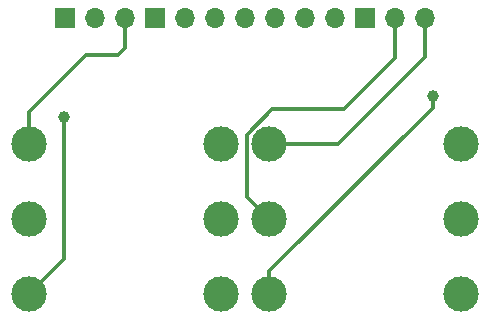
<source format=gbr>
%TF.GenerationSoftware,KiCad,Pcbnew,(6.0.0-0)*%
%TF.CreationDate,2022-03-04T21:17:09-05:00*%
%TF.ProjectId,audio-jack,61756469-6f2d-46a6-9163-6b2e6b696361,rev?*%
%TF.SameCoordinates,Original*%
%TF.FileFunction,Copper,L2,Bot*%
%TF.FilePolarity,Positive*%
%FSLAX46Y46*%
G04 Gerber Fmt 4.6, Leading zero omitted, Abs format (unit mm)*
G04 Created by KiCad (PCBNEW (6.0.0-0)) date 2022-03-04 21:17:09*
%MOMM*%
%LPD*%
G01*
G04 APERTURE LIST*
%TA.AperFunction,ComponentPad*%
%ADD10C,3.000000*%
%TD*%
%TA.AperFunction,ComponentPad*%
%ADD11R,1.700000X1.700000*%
%TD*%
%TA.AperFunction,ComponentPad*%
%ADD12O,1.700000X1.700000*%
%TD*%
%TA.AperFunction,ViaPad*%
%ADD13C,1.000000*%
%TD*%
%TA.AperFunction,Conductor*%
%ADD14C,0.350000*%
%TD*%
G04 APERTURE END LIST*
D10*
%TO.P,J1,R,R*%
%TO.N,Net-(JP1-Pad2)*%
X135128000Y-76581000D03*
%TO.P,J1,RN*%
%TO.N,Net-(J1-PadRN)*%
X118898000Y-76581000D03*
%TO.P,J1,S*%
%TO.N,Net-(J1-PadS)*%
X135128000Y-82931000D03*
%TO.P,J1,SN*%
%TO.N,Net-(J1-PadSN)*%
X118898000Y-82931000D03*
%TO.P,J1,T*%
%TO.N,Net-(JP2-Pad1)*%
X135128000Y-70231000D03*
%TO.P,J1,TN*%
%TO.N,Net-(J1-PadTN)*%
X118898000Y-70231000D03*
%TD*%
D11*
%TO.P,J5,1,Pin_1*%
%TO.N,Net-(J3-PadSN)*%
X147320000Y-59563000D03*
D12*
%TO.P,J5,2,Pin_2*%
%TO.N,Net-(J3-PadRN)*%
X149860000Y-59563000D03*
%TO.P,J5,3,Pin_3*%
%TO.N,Net-(J3-PadTN)*%
X152400000Y-59563000D03*
%TD*%
D11*
%TO.P,J4,1,Pin_1*%
%TO.N,Net-(J1-PadSN)*%
X121920000Y-59563000D03*
D12*
%TO.P,J4,2,Pin_2*%
%TO.N,Net-(J1-PadRN)*%
X124460000Y-59563000D03*
%TO.P,J4,3,Pin_3*%
%TO.N,Net-(J1-PadTN)*%
X127000000Y-59563000D03*
%TD*%
D11*
%TO.P,J2,1,Pin_1*%
%TO.N,Net-(J1-PadS)*%
X129540000Y-59563000D03*
D12*
%TO.P,J2,2,Pin_2*%
%TO.N,Net-(J2-Pad2)*%
X132080000Y-59563000D03*
%TO.P,J2,3,Pin_3*%
%TO.N,Net-(J2-Pad3)*%
X134620000Y-59563000D03*
%TO.P,J2,4,Pin_4*%
%TO.N,Net-(J2-Pad4)*%
X137160000Y-59563000D03*
%TO.P,J2,5,Pin_5*%
%TO.N,Net-(J2-Pad5)*%
X139700000Y-59563000D03*
%TO.P,J2,6,Pin_6*%
%TO.N,Net-(J2-Pad6)*%
X142240000Y-59563000D03*
%TO.P,J2,7,Pin_7*%
%TO.N,Net-(J2-Pad7)*%
X144780000Y-59563000D03*
%TD*%
D10*
%TO.P,J3,R*%
%TO.N,Net-(J3-PadR)*%
X155435000Y-76581000D03*
%TO.P,J3,RN*%
%TO.N,Net-(J3-PadRN)*%
X139205000Y-76581000D03*
%TO.P,J3,S*%
%TO.N,Net-(J2-Pad5)*%
X155435000Y-82931000D03*
%TO.P,J3,SN*%
%TO.N,Net-(J3-PadSN)*%
X139205000Y-82931000D03*
%TO.P,J3,T*%
%TO.N,Net-(J2-Pad7)*%
X155435000Y-70231000D03*
%TO.P,J3,TN*%
%TO.N,Net-(J3-PadTN)*%
X139205000Y-70231000D03*
%TD*%
D13*
%TO.N,Net-(J1-PadSN)*%
X121793000Y-67945000D03*
%TO.N,Net-(J3-PadSN)*%
X153035000Y-66167000D03*
%TD*%
D14*
%TO.N,Net-(J1-PadTN)*%
X118898000Y-70231000D02*
X118898000Y-67538000D01*
X118898000Y-67538000D02*
X123698000Y-62738000D01*
X123698000Y-62738000D02*
X126365000Y-62738000D01*
X126365000Y-62738000D02*
X127000000Y-62103000D01*
X127000000Y-62103000D02*
X127000000Y-59563000D01*
%TO.N,Net-(J3-PadRN)*%
X139205000Y-76581000D02*
X137330489Y-74706489D01*
X137330489Y-74706489D02*
X137330489Y-69454551D01*
X137330489Y-69454551D02*
X139475040Y-67310000D01*
X139475040Y-67310000D02*
X145542000Y-67310000D01*
X145542000Y-67310000D02*
X149860000Y-62992000D01*
X149860000Y-62992000D02*
X149860000Y-59563000D01*
%TO.N,Net-(J3-PadTN)*%
X139205000Y-70231000D02*
X145034000Y-70231000D01*
X145034000Y-70231000D02*
X152400000Y-62865000D01*
X152400000Y-62865000D02*
X152400000Y-59563000D01*
%TO.N,Net-(J1-PadSN)*%
X121793000Y-80036000D02*
X118898000Y-82931000D01*
X121793000Y-67945000D02*
X121793000Y-80036000D01*
%TO.N,Net-(J3-PadSN)*%
X153035000Y-66167000D02*
X153035000Y-67183000D01*
X139205000Y-81013000D02*
X139205000Y-82931000D01*
X153035000Y-67183000D02*
X139205000Y-81013000D01*
%TD*%
M02*

</source>
